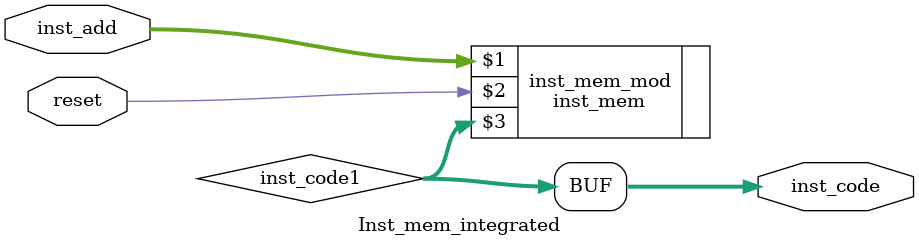
<source format=v>
`timescale 1ns / 1ps

// This is used to bring together the instruction memory and the immediate value storage unit(constants.v)
module Inst_mem_integrated(
input reset,
input [31:0] inst_add,
output [31:0] inst_code
);

//wire [11:0] const;
//wire [20:1] const_20;
//wire [31:0] const_32;
wire [31:0]inst_code1;
//constants const_mod(reset, inst_add, const, const_20, const_32);


inst_mem inst_mem_mod(inst_add, reset,  inst_code1);
assign inst_code = inst_code1;

endmodule
</source>
